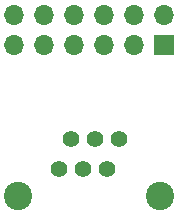
<source format=gbl>
%TF.GenerationSoftware,KiCad,Pcbnew,4.0.7*%
%TF.CreationDate,2017-09-30T17:10:56+08:00*%
%TF.ProjectId,rj12-with-connector,726A31322D776974682D636F6E6E6563,rev?*%
%TF.FileFunction,Copper,L2,Bot,Signal*%
%FSLAX46Y46*%
G04 Gerber Fmt 4.6, Leading zero omitted, Abs format (unit mm)*
G04 Created by KiCad (PCBNEW 4.0.7) date 09/30/17 17:10:56*
%MOMM*%
%LPD*%
G01*
G04 APERTURE LIST*
%ADD10C,0.100000*%
%ADD11C,2.400000*%
%ADD12C,1.400000*%
%ADD13R,1.700000X1.700000*%
%ADD14O,1.700000X1.700000*%
G04 APERTURE END LIST*
D10*
D11*
X-6207400Y-20659120D03*
X-18207400Y-20659120D03*
D12*
X-9657400Y-15819120D03*
X-11697400Y-15819120D03*
X-13737400Y-15819120D03*
X-10677400Y-18359120D03*
X-12717400Y-18359120D03*
X-14757400Y-18359120D03*
D13*
X-5842000Y-7874000D03*
D14*
X-5842000Y-5334000D03*
X-8382000Y-7874000D03*
X-8382000Y-5334000D03*
X-10922000Y-7874000D03*
X-10922000Y-5334000D03*
X-13462000Y-7874000D03*
X-13462000Y-5334000D03*
X-16002000Y-7874000D03*
X-16002000Y-5334000D03*
X-18542000Y-7874000D03*
X-18542000Y-5334000D03*
M02*

</source>
